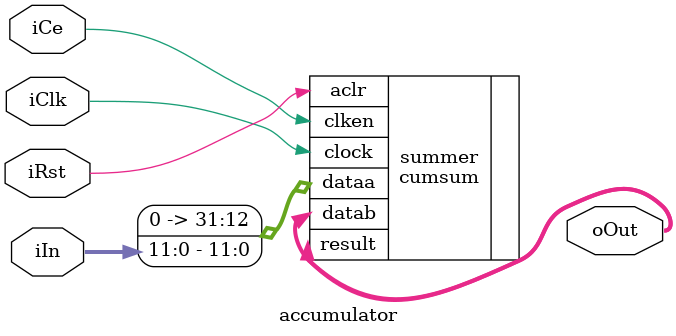
<source format=v>
/*******************************************************************************
 *  Description:    Accumulates in values
 *  Latency:        1
 ******************************************************************************/
module accumulator (
        input           iClk,
        input           iCe,
        input           iRst,
        input   [11:0]  iIn,
        output  [31:0]  oOut
    );
    cumsum summer(
        .aclr(iRst),
        .clken(iCe),
        .clock(iClk),
        .dataa({20'd0,iIn}),
        .datab(oOut),
        .result(oOut)
    );
endmodule

</source>
